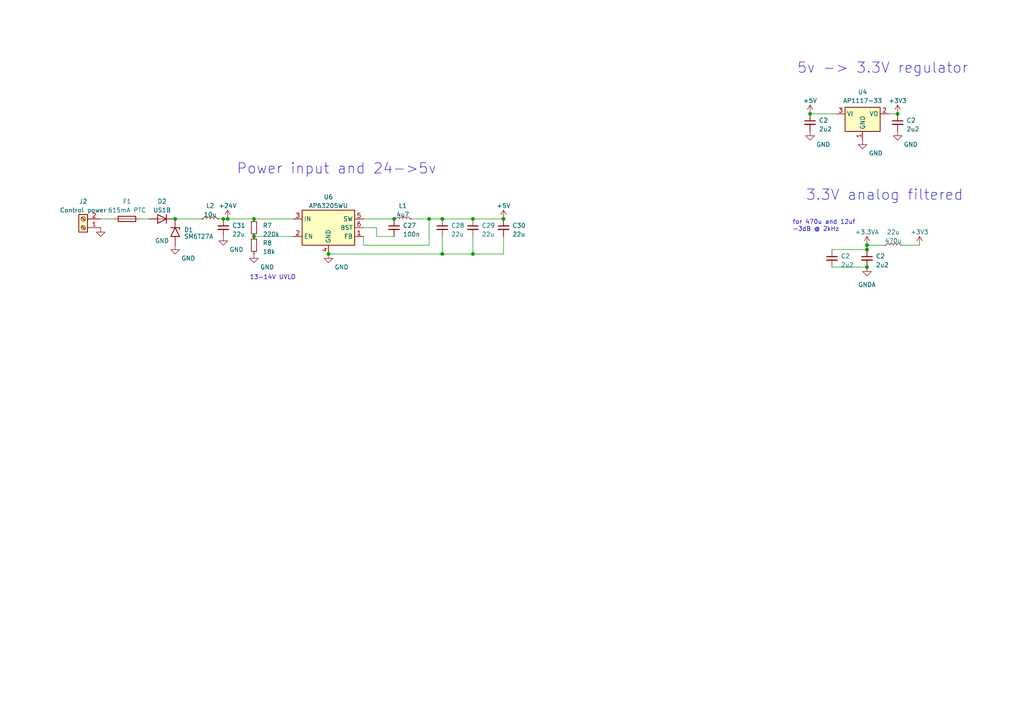
<source format=kicad_sch>
(kicad_sch (version 20230121) (generator eeschema)
  (paper "A4")
  (lib_symbols
    (symbol "Connector:Screw_Terminal_01x02" (pin_names (offset 1.016) hide)
      (property "Reference" "J" (at 0 2.54 0))
      (property "Value" "Screw_Terminal_01x02" (at 0 -5.08 0))
      (symbol "Screw_Terminal_01x02_1_1"
        (rectangle (start -1.27 1.27) (end 1.27 -3.81) (stroke (width 0.254)) (fill (type background)))
        (circle (center 0 -2.54) (radius 0.635) (stroke (width 0.1524)))
        (polyline (pts (xy -0.5334 -2.2098) (xy 0.3302 -3.048)) (stroke (width 0.1524)))
        (polyline (pts (xy -0.5334 0.3302) (xy 0.3302 -0.508)) (stroke (width 0.1524)))
        (polyline (pts (xy -0.3556 -2.032) (xy 0.508 -2.8702)) (stroke (width 0.1524)))
        (polyline (pts (xy -0.3556 0.508) (xy 0.508 -0.3302)) (stroke (width 0.1524)))
        (circle (center 0 0) (radius 0.635) (stroke (width 0.1524)))
        (pin passive line (at -5.08 0 0) (length 3.81) (name "Pin_1") (number "1"))
        (pin passive line (at -5.08 -2.54 0) (length 3.81) (name "Pin_2") (number "2"))
      )
    )
    (symbol "Device:C_Small" (pin_numbers hide) (pin_names (offset 0.254) hide)
      (property "Reference" "C" (at 0.254 1.778 0))
      (property "Value" "C_Small" (at 0.254 -2.032 0))
      (symbol "C_Small_0_1"
        (polyline (pts (xy -1.524 -0.508) (xy 1.524 -0.508)) (stroke (width 0.3302)))
        (polyline (pts (xy -1.524 0.508) (xy 1.524 0.508)) (stroke (width 0.3048)))
      )
      (symbol "C_Small_1_1"
        (pin passive line (at 0 2.54 270) (length 2.032) (name "~") (number "1"))
        (pin passive line (at 0 -2.54 90) (length 2.032) (name "~") (number "2"))
      )
    )
    (symbol "Device:Fuse" (pin_numbers hide) (pin_names (offset 0))
      (property "Reference" "F" (at 2.032 0 90))
      (property "Value" "Fuse" (at -1.905 0 90))
      (symbol "Fuse_0_1"
        (rectangle (start -0.762 -2.54) (end 0.762 2.54) (stroke (width 0.254)))
        (polyline (pts (xy 0 2.54) (xy 0 -2.54)))
      )
      (symbol "Fuse_1_1"
        (pin passive line (at 0 3.81 270) (length 1.27) (name "~") (number "1"))
        (pin passive line (at 0 -3.81 90) (length 1.27) (name "~") (number "2"))
      )
    )
    (symbol "Device:L_Small" (pin_numbers hide) (pin_names (offset 0.254) hide)
      (property "Reference" "L" (at 0.762 1.016 0))
      (property "Value" "L_Small" (at 0.762 -1.016 0))
      (symbol "L_Small_0_1"
        (arc (start 0 -2.032) (mid 0.5058 -1.524) (end 0 -1.016))
        (arc (start 0 -1.016) (mid 0.5058 -0.508) (end 0 0))
        (arc (start 0 0) (mid 0.5058 0.508) (end 0 1.016))
        (arc (start 0 1.016) (mid 0.5058 1.524) (end 0 2.032))
      )
      (symbol "L_Small_1_1"
        (pin passive line (at 0 2.54 270) (length 0.508) (name "~") (number "1"))
        (pin passive line (at 0 -2.54 90) (length 0.508) (name "~") (number "2"))
      )
    )
    (symbol "Device:R_Small" (pin_numbers hide) (pin_names (offset 0.254) hide)
      (property "Reference" "R" (at 0.762 0.508 0))
      (property "Value" "R_Small" (at 0.762 -1.016 0))
      (symbol "R_Small_0_1"
        (rectangle (start -0.762 1.778) (end 0.762 -1.778) (stroke (width 0.2032)))
      )
      (symbol "R_Small_1_1"
        (pin passive line (at 0 2.54 270) (length 0.762) (name "~") (number "1"))
        (pin passive line (at 0 -2.54 90) (length 0.762) (name "~") (number "2"))
      )
    )
    (symbol "Diode:SM6T27A" (pin_numbers hide) (pin_names (offset 1.016) hide)
      (property "Reference" "D" (at 0 2.54 0))
      (property "Value" "SM6T27A" (at 0 -2.54 0))
      (symbol "SM6T27A_0_1"
        (polyline (pts (xy -0.762 1.27) (xy -1.27 1.27) (xy -1.27 -1.27)) (stroke (width 0.254)))
        (polyline (pts (xy 1.27 1.27) (xy 1.27 -1.27) (xy -1.27 0) (xy 1.27 1.27)) (stroke (width 0.254)))
      )
      (symbol "SM6T27A_1_1"
        (pin passive line (at -3.81 0 0) (length 2.54) (name "A1") (number "1"))
        (pin passive line (at 3.81 0 180) (length 2.54) (name "A2") (number "2"))
      )
    )
    (symbol "Diode:US1B" (pin_numbers hide) (pin_names hide)
      (property "Reference" "D" (at 0 2.54 0))
      (property "Value" "US1B" (at 0 -2.54 0))
      (symbol "US1B_0_1"
        (polyline (pts (xy -1.27 1.27) (xy -1.27 -1.27)) (stroke (width 0.254)))
        (polyline (pts (xy 1.27 0) (xy -1.27 0)))
        (polyline (pts (xy 1.27 1.27) (xy 1.27 -1.27) (xy -1.27 0) (xy 1.27 1.27)) (stroke (width 0.254)))
      )
      (symbol "US1B_1_1"
        (pin passive line (at -3.81 0 0) (length 2.54) (name "K") (number "1"))
        (pin passive line (at 3.81 0 180) (length 2.54) (name "A") (number "2"))
      )
    )
    (symbol "Regulator_Linear:AP1117-33"
      (property "Reference" "U" (at -3.81 3.175 0))
      (property "Value" "AP1117-33" (at 0 3.175 0))
      (symbol "AP1117-33_0_1"
        (rectangle (start -5.08 -5.08) (end 5.08 1.905) (stroke (width 0.254)) (fill (type background)))
      )
      (symbol "AP1117-33_1_1"
        (pin power_in line (at 0 -7.62 90) (length 2.54) (name "GND") (number "1"))
        (pin power_out line (at 7.62 0 180) (length 2.54) (name "VO") (number "2"))
        (pin power_in line (at -7.62 0 0) (length 2.54) (name "VI") (number "3"))
      )
    )
    (symbol "Regulator_Switching:AP63205WU"
      (property "Reference" "U" (at -7.62 6.35 0))
      (property "Value" "AP63205WU" (at 2.54 6.35 0))
      (symbol "AP63205WU_0_1"
        (rectangle (start -7.62 5.08) (end 7.62 -5.08) (stroke (width 0.254)) (fill (type background)))
      )
      (symbol "AP63205WU_1_1"
        (pin input line (at 10.16 -2.54 180) (length 2.54) (name "FB") (number "1"))
        (pin input line (at -10.16 -2.54 0) (length 2.54) (name "EN") (number "2"))
        (pin power_in line (at -10.16 2.54 0) (length 2.54) (name "IN") (number "3"))
        (pin power_in line (at 0 -7.62 90) (length 2.54) (name "GND") (number "4"))
        (pin output line (at 10.16 2.54 180) (length 2.54) (name "SW") (number "5"))
        (pin passive line (at 10.16 0 180) (length 2.54) (name "BST") (number "6"))
      )
    )
    (symbol "power:+24V" (power) (pin_names (offset 0))
      (property "Value" "+24V" (at 0 3.556 0))
      (symbol "+24V_0_1"
        (polyline (pts (xy -0.762 1.27) (xy 0 2.54)))
        (polyline (pts (xy 0 0) (xy 0 2.54)))
        (polyline (pts (xy 0 2.54) (xy 0.762 1.27)))
      )
      (symbol "+24V_1_1"
        (pin power_in line (at 0 0 90) (length 0) hide (name "+24V") (number "1"))
      )
    )
    (symbol "power:+3.3VA" (power) (pin_names (offset 0))
      (property "Value" "+3.3VA" (at 0 3.556 0))
      (symbol "+3.3VA_0_1"
        (polyline (pts (xy -0.762 1.27) (xy 0 2.54)))
        (polyline (pts (xy 0 0) (xy 0 2.54)))
        (polyline (pts (xy 0 2.54) (xy 0.762 1.27)))
      )
      (symbol "+3.3VA_1_1"
        (pin power_in line (at 0 0 90) (length 0) hide (name "+3.3VA") (number "1"))
      )
    )
    (symbol "power:+3V3" (power) (pin_names (offset 0))
      (property "Value" "+3V3" (at 0 3.556 0))
      (symbol "+3V3_0_1"
        (polyline (pts (xy -0.762 1.27) (xy 0 2.54)))
        (polyline (pts (xy 0 0) (xy 0 2.54)))
        (polyline (pts (xy 0 2.54) (xy 0.762 1.27)))
      )
      (symbol "+3V3_1_1"
        (pin power_in line (at 0 0 90) (length 0) hide (name "+3V3") (number "1"))
      )
    )
    (symbol "power:+5V" (power) (pin_names (offset 0))
      (property "Value" "+5V" (at 0 3.556 0))
      (symbol "+5V_0_1"
        (polyline (pts (xy -0.762 1.27) (xy 0 2.54)))
        (polyline (pts (xy 0 0) (xy 0 2.54)))
        (polyline (pts (xy 0 2.54) (xy 0.762 1.27)))
      )
      (symbol "+5V_1_1"
        (pin power_in line (at 0 0 90) (length 0) hide (name "+5V") (number "1"))
      )
    )
    (symbol "power:GND" (power) (pin_names (offset 0))
      (property "Value" "GND" (at 0 -3.81 0))
      (symbol "GND_0_1"
        (polyline (pts (xy 0 0) (xy 0 -1.27) (xy 1.27 -1.27) (xy 0 -2.54) (xy -1.27 -1.27) (xy 0 -1.27)))
      )
      (symbol "GND_1_1"
        (pin power_in line (at 0 0 270) (length 0) hide (name "GND") (number "1"))
      )
    )
    (symbol "power:GNDA" (power) (pin_names (offset 0))
      (property "Value" "GNDA" (at 0 -3.81 0))
      (symbol "GNDA_0_1"
        (polyline (pts (xy 0 0) (xy 0 -1.27) (xy 1.27 -1.27) (xy 0 -2.54) (xy -1.27 -1.27) (xy 0 -1.27)))
      )
      (symbol "GNDA_1_1"
        (pin power_in line (at 0 0 270) (length 0) hide (name "GNDA") (number "1"))
      )
    )
  )
  (junction (at 251.46 71.12))
  (junction (at 260.35 33.02))
  (junction (at 114.3 63.5))
  (junction (at 128.27 73.66))
  (junction (at 137.16 63.5))
  (junction (at 251.46 77.47))
  (junction (at 64.77 63.5))
  (junction (at 95.25 73.66))
  (junction (at 234.95 33.02))
  (junction (at 73.66 68.58))
  (junction (at 251.46 72.39))
  (junction (at 137.16 73.66))
  (junction (at 146.05 63.5))
  (junction (at 124.46 63.5))
  (junction (at 128.27 63.5))
  (junction (at 66.04 63.5))
  (junction (at 50.8 63.5))
  (junction (at 73.66 63.5))
  (wire (pts (xy 128.27 68.58) (xy 128.27 73.66)))
  (wire (pts (xy 241.3 72.39) (xy 251.46 72.39)))
  (wire (pts (xy 137.16 63.5) (xy 146.05 63.5)))
  (wire (pts (xy 137.16 73.66) (xy 128.27 73.66)))
  (wire (pts (xy 128.27 63.5) (xy 137.16 63.5)))
  (wire (pts (xy 73.66 63.5) (xy 85.09 63.5)))
  (wire (pts (xy 234.95 33.02) (xy 242.57 33.02)))
  (wire (pts (xy 29.21 63.5) (xy 33.02 63.5)))
  (wire (pts (xy 50.8 63.5) (xy 58.42 63.5)))
  (wire (pts (xy 124.46 63.5) (xy 128.27 63.5)))
  (wire (pts (xy 124.46 71.12) (xy 105.41 71.12)))
  (wire (pts (xy 105.41 68.58) (xy 105.41 71.12)))
  (wire (pts (xy 124.46 63.5) (xy 124.46 71.12)))
  (wire (pts (xy 241.3 77.47) (xy 251.46 77.47)))
  (wire (pts (xy 40.64 63.5) (xy 43.18 63.5)))
  (wire (pts (xy 137.16 68.58) (xy 137.16 73.66)))
  (wire (pts (xy 63.5 63.5) (xy 64.77 63.5)))
  (wire (pts (xy 73.66 68.58) (xy 85.09 68.58)))
  (wire (pts (xy 66.04 63.5) (xy 73.66 63.5)))
  (wire (pts (xy 119.38 63.5) (xy 124.46 63.5)))
  (wire (pts (xy 114.3 68.58) (xy 109.22 68.58)))
  (wire (pts (xy 105.41 63.5) (xy 114.3 63.5)))
  (wire (pts (xy 257.81 33.02) (xy 260.35 33.02)))
  (wire (pts (xy 109.22 68.58) (xy 109.22 66.04)))
  (wire (pts (xy 95.25 73.66) (xy 128.27 73.66)))
  (wire (pts (xy 261.62 71.12) (xy 266.7 71.12)))
  (wire (pts (xy 251.46 71.12) (xy 251.46 72.39)))
  (wire (pts (xy 146.05 68.58) (xy 146.05 73.66)))
  (wire (pts (xy 64.77 63.5) (xy 66.04 63.5)))
  (wire (pts (xy 256.54 71.12) (xy 251.46 71.12)))
  (wire (pts (xy 109.22 66.04) (xy 105.41 66.04)))
  (wire (pts (xy 146.05 73.66) (xy 137.16 73.66)))
  (text "Power input and 24->5v" (at 68.58 50.8 0) (effects (font (size 3 3)) (justify left bottom)))
  (text "for 470u and 12uf \n-3dB @ 2kHz" (at 229.87 67.31 0) (effects (font (size 1.27 1.27)) (justify left bottom)))
  (text "5v -> 3.3V regulator" (at 231.14 21.59 0) (effects (font (size 3 3)) (justify left bottom)))
  (text "3.3V analog filtered" (at 233.68 58.42 0) (effects (font (size 3 3)) (justify left bottom)))
  (text "13-14V UVLO" (at 72.39 81.28 0) (effects (font (size 1.27 1.27)) (justify left bottom)))
  (symbol (lib_id "Device:L_Small") (at 116.84 63.5 90) (unit 1)
    (property "Reference" "L1" (at 116.84 59.69 90))
    (property "Value" "4u7" (at 116.84 62.23 90))
    (property "Footprint" "Inductor_SMD:L_Sunlord_SWPA8040S" (effects hide))
    (property "Datasheet" "B82462G4472M" (effects hide))
  )
  (symbol (lib_id "power:GND") (at 64.77 68.58 0) (unit 1)
    (property "Reference" "#PWR03" (effects hide))
    (property "Value" "GND" (at 68.58 72.39 0))
    (instances (project "servo_cpu" (path "" (reference "#PWR03") (unit 1)) (path "" (reference "#PWR022") (unit 1)) (path "" (reference "#PWR046") (unit 1))))
  )
  (symbol (lib_id "Regulator_Switching:AP63205WU") (at 95.25 66.04 0) (unit 1)
    (property "Reference" "U6" (at 95.25 57.15 0))
    (property "Value" "AP63205WU" (at 95.25 59.69 0))
    (property "Footprint" "Package_TO_SOT_SMD:TSOT-23-6" (effects hide))
    (property "Datasheet" "https://www.diodes.com/assets/Datasheets/AP63200-AP63201-AP63203-AP63205.pdf" (effects hide))
  )
  (symbol (lib_id "Device:R_Small") (at 73.66 66.04 0) (unit 1)
    (property "Reference" "R7" (at 76.2 65.405 0) (effects (justify left)))
    (property "Value" "220k" (at 76.2 67.945 0) (effects (justify left)))
  )
  (symbol (lib_id "Device:C_Small") (at 260.35 35.56 0) (unit 1)
    (property "Reference" "C2" (at 262.89 34.9313 0) (effects (justify left)))
    (property "Value" "2u2" (at 262.89 37.4713 0) (effects (justify left)))
    (instances (project "servo_cpu" (path "" (reference "C2") (unit 1)) (path "" (reference "C12") (unit 1)) (path "" (reference "C25") (unit 1))))
  )
  (symbol (lib_id "Device:C_Small") (at 137.16 66.04 0) (unit 1)
    (property "Reference" "C29" (at 139.7 65.4113 0) (effects (justify left)))
    (property "Value" "22u" (at 139.7 67.9513 0) (effects (justify left)))
    (property "Footprint" "Capacitor_SMD:C_0805_2012Metric_Pad1.18x1.45mm_HandSolder" (effects hide))
    (property "Datasheet" "https://www.tme.eu/pl/details/grm21br60j226me39k/kondensatory-mlcc-smd/murata/" (effects hide))
  )
  (symbol (lib_id "Device:Fuse") (at 36.83 63.5 90) (unit 1)
    (property "Reference" "F1" (at 36.83 58.42 90))
    (property "Value" "615mA PTC" (at 36.83 60.96 90))
    (property "Footprint" "Fuse:Fuse_1206_3216Metric" (effects hide))
  )
  (symbol (lib_id "power:GND") (at 50.8 71.12 0) (unit 1)
    (property "Reference" "#PWR03" (effects hide))
    (property "Value" "GND" (at 54.61 74.93 0))
    (instances (project "servo_cpu" (path "" (reference "#PWR03") (unit 1)) (path "" (reference "#PWR022") (unit 1)) (path "" (reference "#PWR047") (unit 1))))
  )
  (symbol (lib_id "power:+3.3VA") (at 251.46 71.12 0) (unit 1)
    (property "Reference" "#PWR012" (effects hide))
    (property "Value" "+3.3VA" (at 251.46 67.31 0))
    (instances (project "servo_cpu" (path "" (reference "#PWR012") (unit 1)) (path "" (reference "#PWR010") (unit 1))))
  )
  (symbol (lib_id "power:GND") (at 95.25 73.66 0) (unit 1)
    (property "Reference" "#PWR03" (effects hide))
    (property "Value" "GND" (at 99.06 77.47 0))
    (instances (project "servo_cpu" (path "" (reference "#PWR03") (unit 1)) (path "" (reference "#PWR022") (unit 1)) (path "" (reference "#PWR045") (unit 1))))
  )
  (symbol (lib_id "power:GNDA") (at 251.46 77.47 0) (unit 1)
    (property "Reference" "#PWR023" (effects hide))
    (property "Value" "GNDA" (at 251.46 82.55 0))
    (instances (project "servo_cpu" (path "" (reference "#PWR023") (unit 1)) (path "" (reference "#PWR024") (unit 1))))
  )
  (symbol (lib_id "Device:C_Small") (at 146.05 66.04 0) (unit 1)
    (property "Reference" "C30" (at 148.59 65.4113 0) (effects (justify left)))
    (property "Value" "22u" (at 148.59 67.9513 0) (effects (justify left)))
    (property "Footprint" "Capacitor_SMD:C_0805_2012Metric_Pad1.18x1.45mm_HandSolder" (effects hide))
    (property "Datasheet" "https://www.tme.eu/pl/details/grm21br60j226me39k/kondensatory-mlcc-smd/murata/" (effects hide))
  )
  (symbol (lib_id "Device:C_Small") (at 251.46 74.93 0) (unit 1)
    (property "Reference" "C2" (at 254 74.3013 0) (effects (justify left)))
    (property "Value" "2u2" (at 254 76.8413 0) (effects (justify left)))
    (instances (project "servo_cpu" (path "" (reference "C2") (unit 1)) (path "" (reference "C12") (unit 1)) (path "" (reference "C13") (unit 1))))
  )
  (symbol (lib_id "Device:R_Small") (at 73.66 71.12 0) (unit 1)
    (property "Reference" "R8" (at 76.2 70.485 0) (effects (justify left)))
    (property "Value" "18k" (at 76.2 73.025 0) (effects (justify left)))
  )
  (symbol (lib_id "Diode:SM6T27A") (at 50.8 67.31 270) (unit 1)
    (property "Reference" "D1" (at 53.34 66.675 90) (effects (justify left)))
    (property "Value" "SM6T27A" (at 53.34 68.58 90) (effects (justify left)))
    (property "Footprint" "Diode_SMD:D_SMB" (effects hide))
    (property "Datasheet" "https://www.st.com/resource/en/datasheet/sm6t.pdf" (effects hide))
  )
  (symbol (lib_id "Diode:US1B") (at 46.99 63.5 180) (unit 1)
    (property "Reference" "D2" (at 46.99 58.42 0))
    (property "Value" "US1B" (at 46.99 60.96 0))
    (property "Footprint" "Diode_SMD:D_SMA" (effects hide))
    (property "Datasheet" "https://www.diodes.com/assets/Datasheets/ds16008.pdf" (effects hide))
    (property "Sim.Device" "D" (effects hide))
    (property "Sim.Pins" "1=K 2=A" (effects hide))
  )
  (symbol (lib_id "power:+5V") (at 146.05 63.5 0) (unit 1)
    (property "Reference" "#PWR049" (effects hide))
    (property "Value" "+5V" (at 146.05 59.69 0))
  )
  (symbol (lib_id "power:GND") (at 250.19 40.64 0) (unit 1)
    (property "Reference" "#PWR03" (effects hide))
    (property "Value" "GND" (at 254 44.45 0))
    (instances (project "servo_cpu" (path "" (reference "#PWR03") (unit 1)) (path "" (reference "#PWR022") (unit 1)) (path "" (reference "#PWR042") (unit 1))))
  )
  (symbol (lib_id "power:GND") (at 73.66 73.66 0) (unit 1)
    (property "Reference" "#PWR03" (effects hide))
    (property "Value" "GND" (at 77.47 77.47 0))
    (instances (project "servo_cpu" (path "" (reference "#PWR03") (unit 1)) (path "" (reference "#PWR022") (unit 1)) (path "" (reference "#PWR052") (unit 1))))
  )
  (symbol (lib_id "power:GND") (at 260.35 38.1 0) (unit 1)
    (property "Reference" "#PWR03" (effects hide))
    (property "Value" "GND" (at 264.16 41.91 0))
    (instances (project "servo_cpu" (path "" (reference "#PWR03") (unit 1)) (path "" (reference "#PWR022") (unit 1)) (path "" (reference "#PWR043") (unit 1))))
  )
  (symbol (lib_id "Device:L_Small") (at 259.08 71.12 90) (unit 1)
    (property "Reference" "22u" (at 259.08 67.31 90))
    (property "Value" "470u" (at 259.08 69.85 90))
    (property "Footprint" "Inductor_SMD:L_1812_4532Metric_Pad1.30x3.40mm_HandSolder" (effects hide))
    (property "Datasheet" "https://www.tme.eu/pl/details/lqh43cn471k03l/dlawiki-smd-1812/murata/" (effects hide))
    (instances (project "servo_cpu" (path "" (reference "22u") (unit 1)) (path "" (reference "22u1") (unit 1))))
  )
  (symbol (lib_id "Device:C_Small") (at 234.95 35.56 0) (unit 1)
    (property "Reference" "C2" (at 237.49 34.9313 0) (effects (justify left)))
    (property "Value" "2u2" (at 237.49 37.4713 0) (effects (justify left)))
    (instances (project "servo_cpu" (path "" (reference "C2") (unit 1)) (path "" (reference "C12") (unit 1)) (path "" (reference "C26") (unit 1))))
  )
  (symbol (lib_id "power:+3V3") (at 260.35 33.02 0) (unit 1)
    (property "Reference" "#PWR01" (effects hide))
    (property "Value" "+3V3" (at 260.35 29.21 0))
    (instances (project "servo_cpu" (path "" (reference "#PWR01") (unit 1)) (path "" (reference "#PWR011") (unit 1)) (path "" (reference "#PWR044") (unit 1))))
  )
  (symbol (lib_id "Regulator_Linear:AP1117-33") (at 250.19 33.02 0) (unit 1)
    (property "Reference" "U4" (at 250.19 26.67 0))
    (property "Value" "AP1117-33" (at 250.19 29.21 0))
    (property "Footprint" "Package_TO_SOT_SMD:SOT-223-3_TabPin2" (effects hide))
    (property "Datasheet" "http://www.diodes.com/datasheets/AP1117.pdf" (effects hide))
  )
  (symbol (lib_id "power:GND") (at 29.21 66.04 0) (unit 1)
    (property "Reference" "#PWR03" (effects hide))
    (property "Value" "GND" (at 46.99 69.85 0))
    (instances (project "servo_cpu" (path "" (reference "#PWR03") (unit 1)) (path "" (reference "#PWR022") (unit 1)) (path "" (reference "#PWR048") (unit 1))))
  )
  (symbol (lib_id "power:GND") (at 234.95 38.1 0) (unit 1)
    (property "Reference" "#PWR03" (effects hide))
    (property "Value" "GND" (at 238.76 41.91 0))
    (instances (project "servo_cpu" (path "" (reference "#PWR03") (unit 1)) (path "" (reference "#PWR022") (unit 1)) (path "" (reference "#PWR041") (unit 1))))
  )
  (symbol (lib_id "Device:L_Small") (at 60.96 63.5 90) (unit 1)
    (property "Reference" "L2" (at 60.96 59.69 90))
    (property "Value" "10u" (at 60.96 62.23 90))
    (property "Footprint" "Inductor_SMD:L_Sunlord_SWPA5040S" (effects hide))
  )
  (symbol (lib_id "Device:C_Small") (at 64.77 66.04 0) (unit 1)
    (property "Reference" "C31" (at 67.31 65.4113 0) (effects (justify left)))
    (property "Value" "22u" (at 67.31 67.9513 0) (effects (justify left)))
  )
  (symbol (lib_id "Device:C_Small") (at 128.27 66.04 0) (unit 1)
    (property "Reference" "C28" (at 130.81 65.4113 0) (effects (justify left)))
    (property "Value" "22u" (at 130.81 67.9513 0) (effects (justify left)))
    (property "Footprint" "Capacitor_SMD:C_0805_2012Metric_Pad1.18x1.45mm_HandSolder" (effects hide))
    (property "Datasheet" "https://www.tme.eu/pl/details/grm21br60j226me39k/kondensatory-mlcc-smd/murata/" (effects hide))
  )
  (symbol (lib_id "power:+24V") (at 66.04 63.5 0) (unit 1)
    (property "Reference" "#PWR032" (effects hide))
    (property "Value" "+24V" (at 66.04 59.69 0))
    (instances (project "servo_cpu" (path "" (reference "#PWR032") (unit 1)) (path "" (reference "#PWR051") (unit 1))))
  )
  (symbol (lib_id "Connector:Screw_Terminal_01x02") (at 24.13 66.04 180) (unit 1)
    (property "Reference" "J2" (at 24.13 58.42 0))
    (property "Value" "Control power" (at 24.13 60.96 0))
    (property "Footprint" "TerminalBlock_RND:TerminalBlock_RND_205-00232_1x02_P5.08mm_Horizontal" (effects hide))
  )
  (symbol (lib_id "power:+3V3") (at 266.7 71.12 0) (unit 1)
    (property "Reference" "#PWR01" (effects hide))
    (property "Value" "+3V3" (at 266.7 67.31 0))
    (instances (project "servo_cpu" (path "" (reference "#PWR01") (unit 1)) (path "" (reference "#PWR011") (unit 1)) (path "" (reference "#PWR012") (unit 1))))
  )
  (symbol (lib_id "power:+5V") (at 234.95 33.02 0) (unit 1)
    (property "Reference" "#PWR050" (effects hide))
    (property "Value" "+5V" (at 234.95 29.21 0))
  )
  (symbol (lib_id "Device:C_Small") (at 114.3 66.04 0) (unit 1)
    (property "Reference" "C27" (at 116.84 65.4113 0) (effects (justify left)))
    (property "Value" "100n" (at 116.84 67.9513 0) (effects (justify left)))
  )
  (symbol (lib_id "Device:C_Small") (at 241.3 74.93 0) (unit 1)
    (property "Reference" "C2" (at 243.84 74.3013 0) (effects (justify left)))
    (property "Value" "2u2" (at 243.84 76.8413 0) (effects (justify left)))
    (instances (project "servo_cpu" (path "" (reference "C2") (unit 1)) (path "" (reference "C13") (unit 1)) (path "" (reference "C12") (unit 1))))
  )
)
</source>
